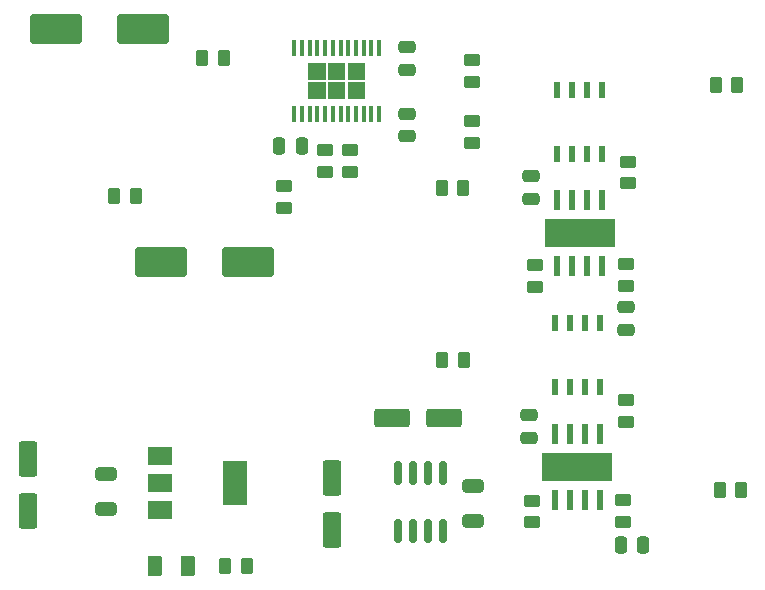
<source format=gtp>
G04 #@! TF.GenerationSoftware,KiCad,Pcbnew,(6.0.4)*
G04 #@! TF.CreationDate,2023-10-19T14:50:22+10:00*
G04 #@! TF.ProjectId,OpenXstim,4f70656e-5873-4746-996d-2e6b69636164,rev?*
G04 #@! TF.SameCoordinates,Original*
G04 #@! TF.FileFunction,Paste,Top*
G04 #@! TF.FilePolarity,Positive*
%FSLAX46Y46*%
G04 Gerber Fmt 4.6, Leading zero omitted, Abs format (unit mm)*
G04 Created by KiCad (PCBNEW (6.0.4)) date 2023-10-19 14:50:22*
%MOMM*%
%LPD*%
G01*
G04 APERTURE LIST*
G04 Aperture macros list*
%AMRoundRect*
0 Rectangle with rounded corners*
0 $1 Rounding radius*
0 $2 $3 $4 $5 $6 $7 $8 $9 X,Y pos of 4 corners*
0 Add a 4 corners polygon primitive as box body*
4,1,4,$2,$3,$4,$5,$6,$7,$8,$9,$2,$3,0*
0 Add four circle primitives for the rounded corners*
1,1,$1+$1,$2,$3*
1,1,$1+$1,$4,$5*
1,1,$1+$1,$6,$7*
1,1,$1+$1,$8,$9*
0 Add four rect primitives between the rounded corners*
20,1,$1+$1,$2,$3,$4,$5,0*
20,1,$1+$1,$4,$5,$6,$7,0*
20,1,$1+$1,$6,$7,$8,$9,0*
20,1,$1+$1,$8,$9,$2,$3,0*%
G04 Aperture macros list end*
%ADD10RoundRect,0.250000X0.262500X0.450000X-0.262500X0.450000X-0.262500X-0.450000X0.262500X-0.450000X0*%
%ADD11RoundRect,0.250000X1.250000X0.550000X-1.250000X0.550000X-1.250000X-0.550000X1.250000X-0.550000X0*%
%ADD12R,0.355600X1.473200*%
%ADD13RoundRect,0.250000X0.450000X-0.262500X0.450000X0.262500X-0.450000X0.262500X-0.450000X-0.262500X0*%
%ADD14RoundRect,0.250000X-0.262500X-0.450000X0.262500X-0.450000X0.262500X0.450000X-0.262500X0.450000X0*%
%ADD15RoundRect,0.250000X-0.250000X-0.475000X0.250000X-0.475000X0.250000X0.475000X-0.250000X0.475000X0*%
%ADD16RoundRect,0.250000X-0.550000X1.250000X-0.550000X-1.250000X0.550000X-1.250000X0.550000X1.250000X0*%
%ADD17RoundRect,0.150000X-0.150000X0.825000X-0.150000X-0.825000X0.150000X-0.825000X0.150000X0.825000X0*%
%ADD18R,2.000000X1.500000*%
%ADD19R,2.000000X3.800000*%
%ADD20RoundRect,0.250000X0.475000X-0.250000X0.475000X0.250000X-0.475000X0.250000X-0.475000X-0.250000X0*%
%ADD21RoundRect,0.250000X0.250000X0.475000X-0.250000X0.475000X-0.250000X-0.475000X0.250000X-0.475000X0*%
%ADD22R,0.600000X1.800000*%
%ADD23R,6.000000X2.400000*%
%ADD24R,0.482600X1.447800*%
%ADD25RoundRect,0.250000X-0.375000X-0.625000X0.375000X-0.625000X0.375000X0.625000X-0.375000X0.625000X0*%
%ADD26RoundRect,0.250000X0.650000X-0.325000X0.650000X0.325000X-0.650000X0.325000X-0.650000X-0.325000X0*%
%ADD27RoundRect,0.250000X-0.450000X0.262500X-0.450000X-0.262500X0.450000X-0.262500X0.450000X0.262500X0*%
%ADD28RoundRect,0.250000X1.950000X1.000000X-1.950000X1.000000X-1.950000X-1.000000X1.950000X-1.000000X0*%
%ADD29RoundRect,0.250000X0.550000X-1.250000X0.550000X1.250000X-0.550000X1.250000X-0.550000X-1.250000X0*%
%ADD30RoundRect,0.250000X-0.475000X0.250000X-0.475000X-0.250000X0.475000X-0.250000X0.475000X0.250000X0*%
G04 APERTURE END LIST*
G36*
X207595800Y-73052000D02*
G01*
X206119400Y-73052000D01*
X206119400Y-71626400D01*
X207595800Y-71626400D01*
X207595800Y-73052000D01*
G37*
G36*
X207595800Y-74677600D02*
G01*
X206119400Y-74677600D01*
X206119400Y-73252000D01*
X207595800Y-73252000D01*
X207595800Y-74677600D01*
G37*
G36*
X204243000Y-73052000D02*
G01*
X202766600Y-73052000D01*
X202766600Y-71626400D01*
X204243000Y-71626400D01*
X204243000Y-73052000D01*
G37*
G36*
X205919400Y-73052000D02*
G01*
X204443000Y-73052000D01*
X204443000Y-71626400D01*
X205919400Y-71626400D01*
X205919400Y-73052000D01*
G37*
G36*
X205919400Y-74677600D02*
G01*
X204443000Y-74677600D01*
X204443000Y-73252000D01*
X205919400Y-73252000D01*
X205919400Y-74677600D01*
G37*
G36*
X204243000Y-74677600D02*
G01*
X202766600Y-74677600D01*
X202766600Y-73252000D01*
X204243000Y-73252000D01*
X204243000Y-74677600D01*
G37*
D10*
X239113700Y-73507600D03*
X237288700Y-73507600D03*
D11*
X214290000Y-101701600D03*
X209890000Y-101701600D03*
D12*
X208756199Y-70332600D03*
X208106200Y-70332600D03*
X207456202Y-70332600D03*
X206806201Y-70332600D03*
X206156202Y-70332600D03*
X205506201Y-70332600D03*
X204856202Y-70332600D03*
X204206201Y-70332600D03*
X203556202Y-70332600D03*
X202906201Y-70332600D03*
X202256202Y-70332600D03*
X201606201Y-70332600D03*
X201606201Y-75971400D03*
X202256200Y-75971400D03*
X202906201Y-75971400D03*
X203556199Y-75971400D03*
X204206201Y-75971400D03*
X204856199Y-75971400D03*
X205506198Y-75971400D03*
X206156199Y-75971400D03*
X206806198Y-75971400D03*
X207456199Y-75971400D03*
X208106198Y-75971400D03*
X208756199Y-75971400D03*
D13*
X229666800Y-102004500D03*
X229666800Y-100179500D03*
D14*
X193803900Y-71221600D03*
X195628900Y-71221600D03*
D15*
X229224800Y-112471200D03*
X231124800Y-112471200D03*
D13*
X229819200Y-81835000D03*
X229819200Y-80010000D03*
D14*
X186336300Y-82905600D03*
X188161300Y-82905600D03*
D16*
X204774800Y-106816800D03*
X204774800Y-111216800D03*
D17*
X214147400Y-106338600D03*
X212877400Y-106338600D03*
X211607400Y-106338600D03*
X210337400Y-106338600D03*
X210337400Y-111288600D03*
X211607400Y-111288600D03*
X212877400Y-111288600D03*
X214147400Y-111288600D03*
D18*
X190245600Y-104888000D03*
X190245600Y-107188000D03*
X190245600Y-109488000D03*
D19*
X196545600Y-107188000D03*
D20*
X211175600Y-77861200D03*
X211175600Y-75961200D03*
D21*
X202219600Y-78689200D03*
X200319600Y-78689200D03*
D22*
X227680200Y-83204400D03*
X226410200Y-83204400D03*
X225140200Y-83204400D03*
X223870200Y-83204400D03*
X223870200Y-88804400D03*
X225140200Y-88804400D03*
X226410200Y-88804400D03*
X227680200Y-88804400D03*
D23*
X225755200Y-86004400D03*
D22*
X227477000Y-103067200D03*
X226207000Y-103067200D03*
X224937000Y-103067200D03*
X223667000Y-103067200D03*
X223667000Y-108667200D03*
X224937000Y-108667200D03*
X226207000Y-108667200D03*
X227477000Y-108667200D03*
D23*
X225552000Y-105867200D03*
D14*
X214073100Y-82194400D03*
X215898100Y-82194400D03*
X195734300Y-114198400D03*
X197559300Y-114198400D03*
D20*
X221488000Y-103362800D03*
X221488000Y-101462800D03*
D24*
X227457000Y-93637100D03*
X226187000Y-93637100D03*
X224917000Y-93637100D03*
X223647000Y-93637100D03*
X223647000Y-99098100D03*
X224917000Y-99098100D03*
X226187000Y-99098100D03*
X227457000Y-99098100D03*
D25*
X189760400Y-114198400D03*
X192560400Y-114198400D03*
D26*
X216763600Y-110390200D03*
X216763600Y-107440200D03*
D13*
X229412800Y-110488100D03*
X229412800Y-108663100D03*
X221691200Y-110538900D03*
X221691200Y-108713900D03*
D20*
X211175600Y-72222400D03*
X211175600Y-70322400D03*
D27*
X206349600Y-79046700D03*
X206349600Y-80871700D03*
D13*
X221996000Y-90574500D03*
X221996000Y-88749500D03*
D27*
X216611200Y-71426700D03*
X216611200Y-73251700D03*
D20*
X221640400Y-83144400D03*
X221640400Y-81244400D03*
D13*
X229666800Y-90523700D03*
X229666800Y-88698700D03*
D28*
X188815200Y-68732400D03*
X181415200Y-68732400D03*
D13*
X204216000Y-80871700D03*
X204216000Y-79046700D03*
X216611200Y-78382500D03*
X216611200Y-76557500D03*
D10*
X239418500Y-107797600D03*
X237593500Y-107797600D03*
D14*
X214122000Y-96774000D03*
X215947000Y-96774000D03*
D29*
X179019200Y-109591200D03*
X179019200Y-105191200D03*
D24*
X227660200Y-73926700D03*
X226390200Y-73926700D03*
X225120200Y-73926700D03*
X223850200Y-73926700D03*
X223850200Y-79387700D03*
X225120200Y-79387700D03*
X226390200Y-79387700D03*
X227660200Y-79387700D03*
D30*
X229666800Y-92318800D03*
X229666800Y-94218800D03*
D26*
X185674000Y-109374200D03*
X185674000Y-106424200D03*
D27*
X200761600Y-82094700D03*
X200761600Y-83919700D03*
D28*
X197705200Y-88493600D03*
X190305200Y-88493600D03*
M02*

</source>
